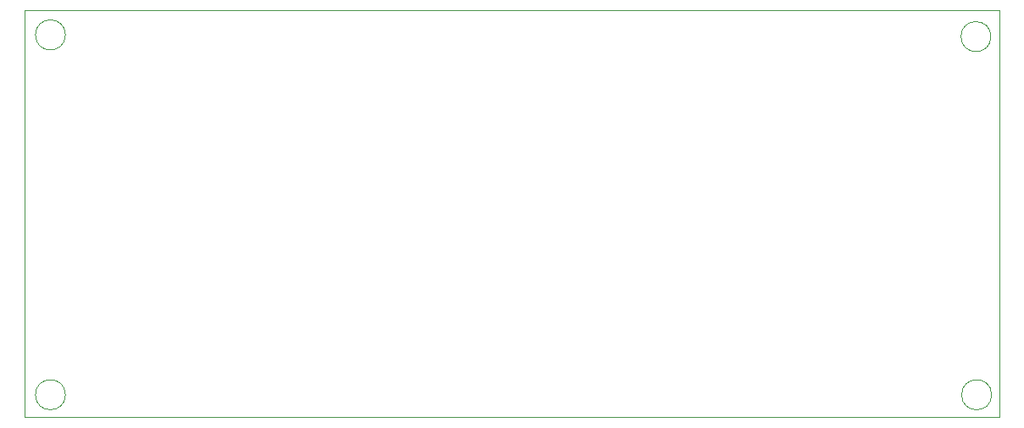
<source format=gm1>
%TF.GenerationSoftware,KiCad,Pcbnew,9.0.2*%
%TF.CreationDate,2025-06-23T22:15:15+02:00*%
%TF.ProjectId,musicbox,6d757369-6362-46f7-982e-6b696361645f,rev?*%
%TF.SameCoordinates,Original*%
%TF.FileFunction,Profile,NP*%
%FSLAX46Y46*%
G04 Gerber Fmt 4.6, Leading zero omitted, Abs format (unit mm)*
G04 Created by KiCad (PCBNEW 9.0.2) date 2025-06-23 22:15:15*
%MOMM*%
%LPD*%
G01*
G04 APERTURE LIST*
%TA.AperFunction,Profile*%
%ADD10C,0.050000*%
%TD*%
%TA.AperFunction,Profile*%
%ADD11C,0.100000*%
%TD*%
G04 APERTURE END LIST*
D10*
X94180000Y-71420000D02*
G75*
G02*
X91180000Y-71420000I-1500000J0D01*
G01*
X91180000Y-71420000D02*
G75*
G02*
X94180000Y-71420000I1500000J0D01*
G01*
X186690000Y-71420000D02*
G75*
G02*
X183690000Y-71420000I-1500000J0D01*
G01*
X183690000Y-71420000D02*
G75*
G02*
X186690000Y-71420000I1500000J0D01*
G01*
X94180000Y-35470000D02*
G75*
G02*
X91180000Y-35470000I-1500000J0D01*
G01*
X91180000Y-35470000D02*
G75*
G02*
X94180000Y-35470000I1500000J0D01*
G01*
D11*
X90130000Y-33000000D02*
X187460000Y-33000000D01*
X187460000Y-73670000D01*
X90130000Y-73670000D01*
X90130000Y-33000000D01*
D10*
X186620000Y-35640000D02*
G75*
G02*
X183620000Y-35640000I-1500000J0D01*
G01*
X183620000Y-35640000D02*
G75*
G02*
X186620000Y-35640000I1500000J0D01*
G01*
M02*

</source>
